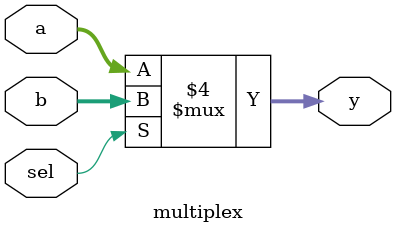
<source format=sv>
`timescale 1ns / 1ps


module multiplex(input [3:0]a,b,
                   input sel,
                   output reg [3:0] y );

always@(*)  begin                 
     if (sel==0) 
        y=a;
     else
        y=b;
  end
  
endmodule

</source>
